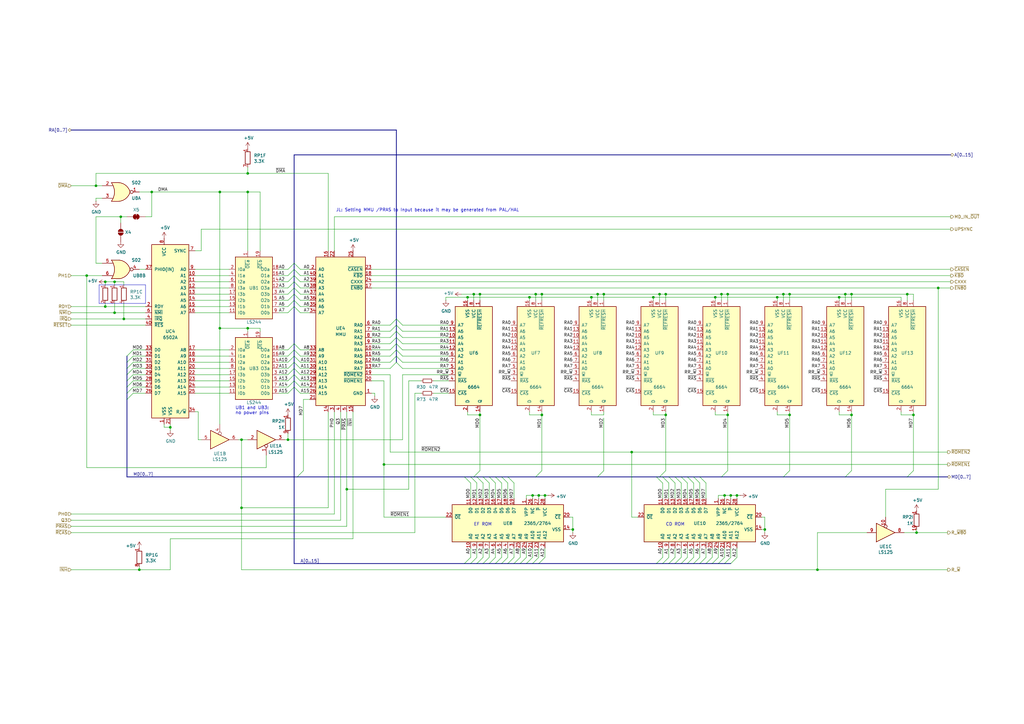
<source format=kicad_sch>
(kicad_sch (version 20250114) (generator "eeschema") (generator_version "9.0")
  (paper "A3")
  (title_block (title "CPU/MEM A2E NTSC"))
  (text "UB1 and UB3:\nno power pins" (at 96.52 170.18 0) (effects (font (size 1.27 1.27)) (justify left bottom)))
  (text "JL: Setting MMU /PRAS to Input because it may be generated from PAL/HAL" (at 137.795 86.995 0) (effects (font (size 1.27 1.27)) (justify left bottom)))
  (text "CD ROM" (at 273.05 215.9 0) (effects (font (size 1.27 1.27)) (justify left bottom)))
  (text "EF ROM" (at 194.31 215.9 0) (effects (font (size 1.27 1.27)) (justify left bottom)))
  (junction (at 46.99 128.27))
  (junction (at 273.05 120.65))
  (junction (at 298.45 170.18))
  (junction (at 299.72 203.2))
  (junction (at 323.85 120.65))
  (junction (at 39.37 76.2))
  (junction (at 247.65 120.65))
  (junction (at 297.18 203.2))
  (junction (at 196.85 170.18))
  (junction (at 259.08 185.42))
  (junction (at 43.18 115.57))
  (junction (at 196.85 120.65))
  (junction (at 374.65 170.18))
  (junction (at 242.57 121.92))
  (junction (at 49.53 88.9))
  (junction (at 273.05 170.18))
  (junction (at 90.17 134.62))
  (junction (at 191.77 121.92))
  (junction (at 218.44 203.2))
  (junction (at 270.51 120.65))
  (junction (at 43.18 125.73))
  (junction (at 101.6 71.12))
  (junction (at 295.91 120.65))
  (junction (at 99.06 208.28))
  (junction (at 346.71 120.65))
  (junction (at 194.31 120.65))
  (junction (at 313.69 217.17))
  (junction (at 90.17 78.74))
  (junction (at 46.99 115.57))
  (junction (at 220.98 203.2))
  (junction (at 302.26 203.2))
  (junction (at 245.11 120.65))
  (junction (at 335.28 233.68))
  (junction (at 384.81 118.11))
  (junction (at 101.6 78.74))
  (junction (at 101.6 134.62))
  (junction (at 57.15 233.68))
  (junction (at 344.17 121.92))
  (junction (at 223.52 203.2))
  (junction (at 99.06 180.34))
  (junction (at 157.48 190.5))
  (junction (at 318.77 121.92))
  (junction (at 372.11 120.65))
  (junction (at 293.37 121.92))
  (junction (at 349.25 170.18))
  (junction (at 349.25 120.65))
  (junction (at 267.97 121.92))
  (junction (at 50.8 130.81))
  (junction (at 69.85 175.26))
  (junction (at 234.95 217.17))
  (junction (at 62.23 78.74))
  (junction (at 321.31 120.65))
  (junction (at 217.17 121.92))
  (junction (at 298.45 120.65))
  (junction (at 323.85 170.18))
  (junction (at 142.24 200.66))
  (junction (at 222.25 120.65))
  (junction (at 222.25 170.18))
  (junction (at 35.56 113.03))
  (junction (at 375.92 218.44))
  (junction (at 118.11 180.34))
  (junction (at 219.71 120.65))
  (bus_entry (at 52.07 161.29) (size 2.54 -2.54))
  (bus_entry (at 205.74 228.6) (size -2.54 2.54))
  (bus_entry (at 281.94 198.12) (size -2.54 -2.54))
  (bus_entry (at 195.58 228.6) (size -2.54 2.54))
  (bus_entry (at 123.19 110.49) (size -2.54 -2.54))
  (bus_entry (at 219.71 195.58) (size 2.54 -2.54))
  (bus_entry (at 203.2 228.6) (size -2.54 2.54))
  (bus_entry (at 121.92 195.58) (size 2.54 -2.54))
  (bus_entry (at 160.02 138.43) (size 2.54 -2.54))
  (bus_entry (at 118.11 143.51) (size 2.54 -2.54))
  (bus_entry (at 218.44 228.6) (size -2.54 2.54))
  (bus_entry (at 289.56 198.12) (size -2.54 -2.54))
  (bus_entry (at 123.19 123.19) (size -2.54 -2.54))
  (bus_entry (at 118.11 153.67) (size 2.54 -2.54))
  (bus_entry (at 289.56 228.6) (size -2.54 2.54))
  (bus_entry (at 165.1 140.97) (size -2.54 -2.54))
  (bus_entry (at 118.11 148.59) (size 2.54 -2.54))
  (bus_entry (at 210.82 198.12) (size -2.54 -2.54))
  (bus_entry (at 52.07 148.59) (size 2.54 -2.54))
  (bus_entry (at 195.58 198.12) (size -2.54 -2.54))
  (bus_entry (at 284.48 198.12) (size -2.54 -2.54))
  (bus_entry (at 123.19 143.51) (size -2.54 -2.54))
  (bus_entry (at 281.94 228.6) (size -2.54 2.54))
  (bus_entry (at 118.11 128.27) (size 2.54 -2.54))
  (bus_entry (at 270.51 195.58) (size 2.54 -2.54))
  (bus_entry (at 160.02 143.51) (size 2.54 -2.54))
  (bus_entry (at 346.71 195.58) (size 2.54 -2.54))
  (bus_entry (at 208.28 198.12) (size -2.54 -2.54))
  (bus_entry (at 118.11 110.49) (size 2.54 -2.54))
  (bus_entry (at 198.12 228.6) (size -2.54 2.54))
  (bus_entry (at 276.86 198.12) (size -2.54 -2.54))
  (bus_entry (at 118.11 146.05) (size 2.54 -2.54))
  (bus_entry (at 52.07 163.83) (size 2.54 -2.54))
  (bus_entry (at 123.19 158.75) (size -2.54 -2.54))
  (bus_entry (at 118.11 156.21) (size 2.54 -2.54))
  (bus_entry (at 200.66 198.12) (size -2.54 -2.54))
  (bus_entry (at 52.07 146.05) (size 2.54 -2.54))
  (bus_entry (at 208.28 228.6) (size -2.54 2.54))
  (bus_entry (at 193.04 228.6) (size -2.54 2.54))
  (bus_entry (at 223.52 228.6) (size -2.54 2.54))
  (bus_entry (at 194.31 195.58) (size 2.54 -2.54))
  (bus_entry (at 123.19 161.29) (size -2.54 -2.54))
  (bus_entry (at 372.11 195.58) (size 2.54 -2.54))
  (bus_entry (at 123.19 125.73) (size -2.54 -2.54))
  (bus_entry (at 287.02 228.6) (size -2.54 2.54))
  (bus_entry (at 123.19 148.59) (size -2.54 -2.54))
  (bus_entry (at 279.4 198.12) (size -2.54 -2.54))
  (bus_entry (at 123.19 146.05) (size -2.54 -2.54))
  (bus_entry (at 321.31 195.58) (size 2.54 -2.54))
  (bus_entry (at 274.32 198.12) (size -2.54 -2.54))
  (bus_entry (at 165.1 133.35) (size -2.54 -2.54))
  (bus_entry (at 193.04 198.12) (size -2.54 -2.54))
  (bus_entry (at 52.07 153.67) (size 2.54 -2.54))
  (bus_entry (at 123.19 120.65) (size -2.54 -2.54))
  (bus_entry (at 160.02 135.89) (size 2.54 -2.54))
  (bus_entry (at 123.19 118.11) (size -2.54 -2.54))
  (bus_entry (at 52.07 151.13) (size 2.54 -2.54))
  (bus_entry (at 118.11 151.13) (size 2.54 -2.54))
  (bus_entry (at 123.19 115.57) (size -2.54 -2.54))
  (bus_entry (at 165.1 135.89) (size -2.54 -2.54))
  (bus_entry (at 123.19 128.27) (size -2.54 -2.54))
  (bus_entry (at 220.98 228.6) (size -2.54 2.54))
  (bus_entry (at 160.02 148.59) (size 2.54 -2.54))
  (bus_entry (at 213.36 228.6) (size -2.54 2.54))
  (bus_entry (at 287.02 198.12) (size -2.54 -2.54))
  (bus_entry (at 200.66 228.6) (size -2.54 2.54))
  (bus_entry (at 118.11 120.65) (size 2.54 -2.54))
  (bus_entry (at 52.07 156.21) (size 2.54 -2.54))
  (bus_entry (at 160.02 146.05) (size 2.54 -2.54))
  (bus_entry (at 271.78 228.6) (size -2.54 2.54))
  (bus_entry (at 52.07 158.75) (size 2.54 -2.54))
  (bus_entry (at 123.19 151.13) (size -2.54 -2.54))
  (bus_entry (at 160.02 140.97) (size 2.54 -2.54))
  (bus_entry (at 276.86 228.6) (size -2.54 2.54))
  (bus_entry (at 123.19 156.21) (size -2.54 -2.54))
  (bus_entry (at 118.11 118.11) (size 2.54 -2.54))
  (bus_entry (at 279.4 228.6) (size -2.54 2.54))
  (bus_entry (at 165.1 138.43) (size -2.54 -2.54))
  (bus_entry (at 271.78 198.12) (size -2.54 -2.54))
  (bus_entry (at 160.02 151.13) (size 2.54 -2.54))
  (bus_entry (at 165.1 146.05) (size -2.54 -2.54))
  (bus_entry (at 160.02 133.35) (size 2.54 -2.54))
  (bus_entry (at 210.82 228.6) (size -2.54 2.54))
  (bus_entry (at 118.11 113.03) (size 2.54 -2.54))
  (bus_entry (at 165.1 151.13) (size -2.54 -2.54))
  (bus_entry (at 118.11 125.73) (size 2.54 -2.54))
  (bus_entry (at 274.32 228.6) (size -2.54 2.54))
  (bus_entry (at 295.91 195.58) (size 2.54 -2.54))
  (bus_entry (at 205.74 198.12) (size -2.54 -2.54))
  (bus_entry (at 245.11 195.58) (size 2.54 -2.54))
  (bus_entry (at 215.9 228.6) (size -2.54 2.54))
  (bus_entry (at 292.1 228.6) (size -2.54 2.54))
  (bus_entry (at 284.48 228.6) (size -2.54 2.54))
  (bus_entry (at 198.12 198.12) (size -2.54 -2.54))
  (bus_entry (at 297.18 228.6) (size -2.54 2.54))
  (bus_entry (at 294.64 228.6) (size -2.54 2.54))
  (bus_entry (at 302.26 228.6) (size -2.54 2.54))
  (bus_entry (at 118.11 123.19) (size 2.54 -2.54))
  (bus_entry (at 203.2 198.12) (size -2.54 -2.54))
  (bus_entry (at 123.19 113.03) (size -2.54 -2.54))
  (bus_entry (at 118.11 161.29) (size 2.54 -2.54))
  (bus_entry (at 165.1 148.59) (size -2.54 -2.54))
  (bus_entry (at 118.11 158.75) (size 2.54 -2.54))
  (bus_entry (at 299.72 228.6) (size -2.54 2.54))
  (bus_entry (at 165.1 143.51) (size -2.54 -2.54))
  (bus_entry (at 123.19 153.67) (size -2.54 -2.54))
  (bus_entry (at 118.11 115.57) (size 2.54 -2.54))
  (bus (pts (xy 121.92 195.58) (xy 190.5 195.58)))
  (wire (pts (xy 297.18 204.47) (xy 297.18 203.2)))
  (wire (pts (xy 323.85 120.65) (xy 346.71 120.65)))
  (wire (pts (xy 59.69 133.35) (xy 29.21 133.35)))
  (bus (pts (xy 269.24 231.14) (xy 271.78 231.14)))
  (bus (pts (xy 287.02 195.58) (xy 295.91 195.58)))
  (wire (pts (xy 46.99 116.84) (xy 46.99 115.57)))
  (wire (pts (xy 52.07 88.9) (xy 49.53 88.9)))
  (bus (pts (xy 284.48 195.58) (xy 287.02 195.58)))
  (wire (pts (xy 271.78 224.79) (xy 271.78 228.6)))
  (bus (pts (xy 281.94 195.58) (xy 284.48 195.58)))
  (wire (pts (xy 54.61 146.05) (xy 59.69 146.05)))
  (bus (pts (xy 279.4 195.58) (xy 281.94 195.58)))
  (bus (pts (xy 120.65 140.97) (xy 120.65 143.51)))
  (wire (pts (xy 114.3 110.49) (xy 118.11 110.49)))
  (polyline (pts (xy 59.69 116.84) (xy 59.69 124.46)))
  (wire (pts (xy 220.98 203.2) (xy 223.52 203.2)))
  (wire (pts (xy 67.31 175.26) (xy 69.85 175.26)))
  (wire (pts (xy 123.19 151.13) (xy 127 151.13)))
  (wire (pts (xy 157.48 156.21) (xy 157.48 190.5)))
  (wire (pts (xy 41.91 81.28) (xy 39.37 81.28)))
  (wire (pts (xy 127 120.65) (xy 123.19 120.65)))
  (wire (pts (xy 35.56 113.03) (xy 35.56 191.77)))
  (wire (pts (xy 259.08 185.42) (xy 388.62 185.42)))
  (wire (pts (xy 234.95 217.17) (xy 234.95 218.44)))
  (wire (pts (xy 152.4 133.35) (xy 160.02 133.35)))
  (wire (pts (xy 284.48 228.6) (xy 284.48 224.79)))
  (bus (pts (xy 200.66 195.58) (xy 203.2 195.58)))
  (wire (pts (xy 118.11 113.03) (xy 114.3 113.03)))
  (wire (pts (xy 217.17 170.18) (xy 222.25 170.18)))
  (wire (pts (xy 233.68 217.17) (xy 234.95 217.17)))
  (wire (pts (xy 144.78 168.91) (xy 144.78 220.98)))
  (bus (pts (xy 215.9 231.14) (xy 218.44 231.14)))
  (wire (pts (xy 198.12 224.79) (xy 198.12 228.6)))
  (bus (pts (xy 271.78 195.58) (xy 274.32 195.58)))
  (wire (pts (xy 160.02 151.13) (xy 152.4 151.13)))
  (wire (pts (xy 372.11 123.19) (xy 372.11 120.65)))
  (wire (pts (xy 81.28 180.34) (xy 82.55 180.34)))
  (bus (pts (xy 120.65 146.05) (xy 120.65 148.59)))
  (wire (pts (xy 93.98 128.27) (xy 80.01 128.27)))
  (wire (pts (xy 165.1 146.05) (xy 184.15 146.05)))
  (bus (pts (xy 372.11 195.58) (xy 388.62 195.58)))
  (bus (pts (xy 198.12 231.14) (xy 200.66 231.14)))
  (wire (pts (xy 165.1 135.89) (xy 184.15 135.89)))
  (wire (pts (xy 217.17 168.91) (xy 217.17 170.18)))
  (wire (pts (xy 153.67 161.29) (xy 153.67 162.56)))
  (wire (pts (xy 142.24 200.66) (xy 142.24 215.9)))
  (wire (pts (xy 344.17 121.92) (xy 344.17 123.19)))
  (wire (pts (xy 233.68 212.09) (xy 234.95 212.09)))
  (bus (pts (xy 292.1 231.14) (xy 294.64 231.14)))
  (bus (pts (xy 52.07 151.13) (xy 52.07 153.67)))
  (wire (pts (xy 191.77 168.91) (xy 191.77 170.18)))
  (wire (pts (xy 114.3 115.57) (xy 118.11 115.57)))
  (wire (pts (xy 312.42 217.17) (xy 313.69 217.17)))
  (bus (pts (xy 162.56 135.89) (xy 162.56 138.43)))
  (wire (pts (xy 287.02 224.79) (xy 287.02 228.6)))
  (wire (pts (xy 160.02 153.67) (xy 160.02 185.42)))
  (wire (pts (xy 80.01 158.75) (xy 93.98 158.75)))
  (wire (pts (xy 198.12 198.12) (xy 198.12 204.47)))
  (wire (pts (xy 123.19 123.19) (xy 127 123.19)))
  (wire (pts (xy 267.97 121.92) (xy 267.97 123.19)))
  (bus (pts (xy 195.58 195.58) (xy 198.12 195.58)))
  (wire (pts (xy 184.15 138.43) (xy 165.1 138.43)))
  (wire (pts (xy 46.99 115.57) (xy 50.8 115.57)))
  (bus (pts (xy 195.58 231.14) (xy 198.12 231.14)))
  (wire (pts (xy 157.48 190.5) (xy 157.48 212.09)))
  (wire (pts (xy 80.01 125.73) (xy 93.98 125.73)))
  (wire (pts (xy 54.61 158.75) (xy 59.69 158.75)))
  (bus (pts (xy 218.44 231.14) (xy 220.98 231.14)))
  (wire (pts (xy 323.85 170.18) (xy 323.85 193.04)))
  (wire (pts (xy 160.02 140.97) (xy 152.4 140.97)))
  (wire (pts (xy 191.77 121.92) (xy 217.17 121.92)))
  (wire (pts (xy 106.68 78.74) (xy 101.6 78.74)))
  (wire (pts (xy 208.28 198.12) (xy 208.28 204.47)))
  (wire (pts (xy 293.37 170.18) (xy 298.45 170.18)))
  (wire (pts (xy 223.52 203.2) (xy 224.79 203.2)))
  (wire (pts (xy 80.01 120.65) (xy 93.98 120.65)))
  (wire (pts (xy 80.01 168.91) (xy 81.28 168.91)))
  (bus (pts (xy 162.56 133.35) (xy 162.56 135.89)))
  (wire (pts (xy 43.18 124.46) (xy 43.18 125.73)))
  (wire (pts (xy 152.4 156.21) (xy 157.48 156.21)))
  (wire (pts (xy 69.85 175.26) (xy 69.85 173.99)))
  (wire (pts (xy 223.52 224.79) (xy 223.52 228.6)))
  (wire (pts (xy 318.77 121.92) (xy 344.17 121.92)))
  (wire (pts (xy 242.57 121.92) (xy 242.57 123.19)))
  (bus (pts (xy 120.65 143.51) (xy 120.65 146.05)))
  (wire (pts (xy 152.4 113.03) (xy 389.89 113.03)))
  (bus (pts (xy 203.2 195.58) (xy 205.74 195.58)))
  (wire (pts (xy 313.69 217.17) (xy 313.69 218.44)))
  (wire (pts (xy 219.71 120.65) (xy 222.25 120.65)))
  (wire (pts (xy 99.06 233.68) (xy 335.28 233.68)))
  (wire (pts (xy 134.62 208.28) (xy 99.06 208.28)))
  (bus (pts (xy 120.65 153.67) (xy 120.65 156.21)))
  (wire (pts (xy 295.91 120.65) (xy 298.45 120.65)))
  (bus (pts (xy 193.04 195.58) (xy 194.31 195.58)))
  (wire (pts (xy 267.97 170.18) (xy 273.05 170.18)))
  (bus (pts (xy 52.07 146.05) (xy 52.07 148.59)))
  (wire (pts (xy 101.6 102.87) (xy 101.6 78.74)))
  (wire (pts (xy 270.51 120.65) (xy 273.05 120.65)))
  (wire (pts (xy 93.98 118.11) (xy 80.01 118.11)))
  (wire (pts (xy 177.8 156.21) (xy 184.15 156.21)))
  (wire (pts (xy 127 125.73) (xy 123.19 125.73)))
  (bus (pts (xy 295.91 195.58) (xy 321.31 195.58)))
  (bus (pts (xy 52.07 148.59) (xy 52.07 151.13)))
  (wire (pts (xy 114.3 153.67) (xy 118.11 153.67)))
  (wire (pts (xy 165.1 140.97) (xy 184.15 140.97)))
  (wire (pts (xy 43.18 116.84) (xy 43.18 115.57)))
  (wire (pts (xy 295.91 123.19) (xy 295.91 120.65)))
  (wire (pts (xy 157.48 190.5) (xy 388.62 190.5)))
  (wire (pts (xy 118.11 161.29) (xy 114.3 161.29)))
  (bus (pts (xy 52.07 195.58) (xy 121.92 195.58)))
  (wire (pts (xy 101.6 135.89) (xy 101.6 134.62)))
  (wire (pts (xy 369.57 170.18) (xy 374.65 170.18)))
  (wire (pts (xy 196.85 170.18) (xy 196.85 168.91)))
  (wire (pts (xy 124.46 193.04) (xy 124.46 163.83)))
  (wire (pts (xy 297.18 224.79) (xy 297.18 228.6)))
  (wire (pts (xy 335.28 233.68) (xy 335.28 218.44)))
  (wire (pts (xy 142.24 200.66) (xy 142.24 168.91)))
  (wire (pts (xy 313.69 212.09) (xy 313.69 217.17)))
  (wire (pts (xy 215.9 203.2) (xy 218.44 203.2)))
  (bus (pts (xy 321.31 195.58) (xy 346.71 195.58)))
  (wire (pts (xy 215.9 204.47) (xy 215.9 203.2)))
  (wire (pts (xy 93.98 113.03) (xy 80.01 113.03)))
  (wire (pts (xy 54.61 156.21) (xy 59.69 156.21)))
  (polyline (pts (xy 40.64 116.84) (xy 59.69 116.84)))
  (wire (pts (xy 114.3 125.73) (xy 118.11 125.73)))
  (wire (pts (xy 363.22 200.66) (xy 363.22 212.09)))
  (bus (pts (xy 162.56 146.05) (xy 162.56 148.59)))
  (wire (pts (xy 97.79 180.34) (xy 99.06 180.34)))
  (wire (pts (xy 223.52 204.47) (xy 223.52 203.2)))
  (wire (pts (xy 170.18 161.29) (xy 170.18 218.44)))
  (wire (pts (xy 54.61 153.67) (xy 59.69 153.67)))
  (wire (pts (xy 39.37 76.2) (xy 39.37 71.12)))
  (wire (pts (xy 299.72 204.47) (xy 299.72 203.2)))
  (wire (pts (xy 297.18 203.2) (xy 299.72 203.2)))
  (bus (pts (xy 208.28 231.14) (xy 210.82 231.14)))
  (wire (pts (xy 82.55 102.87) (xy 82.55 93.98)))
  (wire (pts (xy 203.2 224.79) (xy 203.2 228.6)))
  (wire (pts (xy 80.01 148.59) (xy 93.98 148.59)))
  (wire (pts (xy 196.85 170.18) (xy 196.85 193.04)))
  (wire (pts (xy 50.8 130.81) (xy 59.69 130.81)))
  (bus (pts (xy 245.11 195.58) (xy 269.24 195.58)))
  (wire (pts (xy 346.71 123.19) (xy 346.71 120.65)))
  (wire (pts (xy 193.04 198.12) (xy 193.04 204.47)))
  (wire (pts (xy 93.98 151.13) (xy 80.01 151.13)))
  (wire (pts (xy 29.21 113.03) (xy 35.56 113.03)))
  (wire (pts (xy 312.42 212.09) (xy 313.69 212.09)))
  (wire (pts (xy 54.61 143.51) (xy 59.69 143.51)))
  (wire (pts (xy 167.64 156.21) (xy 167.64 200.66)))
  (wire (pts (xy 281.94 224.79) (xy 281.94 228.6)))
  (bus (pts (xy 52.07 158.75) (xy 52.07 161.29)))
  (bus (pts (xy 220.98 231.14) (xy 269.24 231.14)))
  (wire (pts (xy 298.45 123.19) (xy 298.45 120.65)))
  (wire (pts (xy 284.48 198.12) (xy 284.48 204.47)))
  (wire (pts (xy 29.21 210.82) (xy 137.16 210.82)))
  (wire (pts (xy 344.17 170.18) (xy 349.25 170.18)))
  (wire (pts (xy 273.05 170.18) (xy 273.05 168.91)))
  (wire (pts (xy 177.8 161.29) (xy 184.15 161.29)))
  (bus (pts (xy 120.65 63.5) (xy 389.89 63.5)))
  (wire (pts (xy 99.06 208.28) (xy 99.06 233.68)))
  (bus (pts (xy 270.51 195.58) (xy 271.78 195.58)))
  (wire (pts (xy 165.1 153.67) (xy 165.1 180.34)))
  (bus (pts (xy 274.32 195.58) (xy 276.86 195.58)))
  (wire (pts (xy 193.04 224.79) (xy 193.04 228.6)))
  (wire (pts (xy 123.19 113.03) (xy 127 113.03)))
  (wire (pts (xy 279.4 228.6) (xy 279.4 224.79)))
  (wire (pts (xy 259.08 212.09) (xy 261.62 212.09)))
  (wire (pts (xy 242.57 168.91) (xy 242.57 170.18)))
  (wire (pts (xy 57.15 110.49) (xy 59.69 110.49)))
  (wire (pts (xy 369.57 123.19) (xy 369.57 121.92)))
  (wire (pts (xy 372.11 120.65) (xy 374.65 120.65)))
  (wire (pts (xy 99.06 180.34) (xy 99.06 208.28)))
  (wire (pts (xy 196.85 123.19) (xy 196.85 120.65)))
  (wire (pts (xy 134.62 71.12) (xy 134.62 102.87)))
  (wire (pts (xy 43.18 115.57) (xy 46.99 115.57)))
  (wire (pts (xy 69.85 220.98) (xy 144.78 220.98)))
  (wire (pts (xy 196.85 120.65) (xy 219.71 120.65)))
  (wire (pts (xy 302.26 224.79) (xy 302.26 228.6)))
  (wire (pts (xy 80.01 153.67) (xy 93.98 153.67)))
  (wire (pts (xy 152.4 153.67) (xy 160.02 153.67)))
  (bus (pts (xy 52.07 156.21) (xy 52.07 158.75)))
  (wire (pts (xy 219.71 123.19) (xy 219.71 120.65)))
  (wire (pts (xy 182.88 121.92) (xy 191.77 121.92)))
  (wire (pts (xy 90.17 78.74) (xy 101.6 78.74)))
  (wire (pts (xy 69.85 233.68) (xy 57.15 233.68)))
  (bus (pts (xy 190.5 231.14) (xy 193.04 231.14)))
  (wire (pts (xy 213.36 224.79) (xy 213.36 228.6)))
  (wire (pts (xy 267.97 168.91) (xy 267.97 170.18)))
  (wire (pts (xy 118.11 118.11) (xy 114.3 118.11)))
  (wire (pts (xy 127 110.49) (xy 123.19 110.49)))
  (wire (pts (xy 123.19 158.75) (xy 127 158.75)))
  (wire (pts (xy 247.65 171.45) (xy 247.65 193.04)))
  (wire (pts (xy 267.97 121.92) (xy 293.37 121.92)))
  (wire (pts (xy 90.17 134.62) (xy 101.6 134.62)))
  (wire (pts (xy 134.62 168.91) (xy 134.62 208.28)))
  (wire (pts (xy 118.11 177.8) (xy 118.11 180.34)))
  (wire (pts (xy 299.72 203.2) (xy 302.26 203.2)))
  (wire (pts (xy 106.68 135.89) (xy 106.68 134.62)))
  (bus (pts (xy 162.56 143.51) (xy 162.56 146.05)))
  (polyline (pts (xy 40.64 124.46) (xy 40.64 116.84)))
  (wire (pts (xy 118.11 128.27) (xy 114.3 128.27)))
  (bus (pts (xy 120.65 125.73) (xy 120.65 140.97)))
  (bus (pts (xy 289.56 231.14) (xy 292.1 231.14)))
  (wire (pts (xy 276.86 198.12) (xy 276.86 204.47)))
  (wire (pts (xy 160.02 146.05) (xy 152.4 146.05)))
  (bus (pts (xy 205.74 195.58) (xy 208.28 195.58)))
  (wire (pts (xy 298.45 170.18) (xy 298.45 193.04)))
  (wire (pts (xy 50.8 124.46) (xy 50.8 130.81)))
  (wire (pts (xy 90.17 173.99) (xy 90.17 134.62)))
  (wire (pts (xy 184.15 133.35) (xy 165.1 133.35)))
  (wire (pts (xy 101.6 71.12) (xy 134.62 71.12)))
  (wire (pts (xy 218.44 224.79) (xy 218.44 228.6)))
  (wire (pts (xy 242.57 170.18) (xy 247.65 170.18)))
  (wire (pts (xy 247.65 123.19) (xy 247.65 120.65)))
  (wire (pts (xy 62.23 88.9) (xy 59.69 88.9)))
  (bus (pts (xy 294.64 231.14) (xy 297.18 231.14)))
  (wire (pts (xy 81.28 168.91) (xy 81.28 180.34)))
  (wire (pts (xy 222.25 170.18) (xy 222.25 193.04)))
  (wire (pts (xy 293.37 121.92) (xy 318.77 121.92)))
  (wire (pts (xy 217.17 121.92) (xy 242.57 121.92)))
  (wire (pts (xy 118.11 146.05) (xy 114.3 146.05)))
  (wire (pts (xy 54.61 148.59) (xy 59.69 148.59)))
  (wire (pts (xy 93.98 146.05) (xy 80.01 146.05)))
  (wire (pts (xy 127 143.51) (xy 123.19 143.51)))
  (wire (pts (xy 344.17 168.91) (xy 344.17 170.18)))
  (bus (pts (xy 205.74 231.14) (xy 208.28 231.14)))
  (wire (pts (xy 242.57 121.92) (xy 267.97 121.92)))
  (wire (pts (xy 90.17 78.74) (xy 90.17 134.62)))
  (wire (pts (xy 137.16 88.9) (xy 389.89 88.9)))
  (wire (pts (xy 127 153.67) (xy 123.19 153.67)))
  (wire (pts (xy 62.23 78.74) (xy 62.23 88.9)))
  (wire (pts (xy 123.19 161.29) (xy 127 161.29)))
  (wire (pts (xy 184.15 143.51) (xy 165.1 143.51)))
  (wire (pts (xy 93.98 123.19) (xy 80.01 123.19)))
  (bus (pts (xy 274.32 231.14) (xy 276.86 231.14)))
  (wire (pts (xy 217.17 121.92) (xy 217.17 123.19)))
  (wire (pts (xy 274.32 198.12) (xy 274.32 204.47)))
  (wire (pts (xy 29.21 213.36) (xy 139.7 213.36)))
  (wire (pts (xy 184.15 148.59) (xy 165.1 148.59)))
  (bus (pts (xy 162.56 53.34) (xy 162.56 130.81)))
  (wire (pts (xy 29.21 218.44) (xy 170.18 218.44)))
  (bus (pts (xy 297.18 231.14) (xy 299.72 231.14)))
  (bus (pts (xy 284.48 231.14) (xy 287.02 231.14)))
  (wire (pts (xy 46.99 124.46) (xy 46.99 128.27)))
  (wire (pts (xy 157.48 212.09) (xy 182.88 212.09)))
  (wire (pts (xy 375.92 218.44) (xy 388.62 218.44)))
  (wire (pts (xy 57.15 233.68) (xy 29.21 233.68)))
  (wire (pts (xy 43.18 125.73) (xy 59.69 125.73)))
  (wire (pts (xy 289.56 198.12) (xy 289.56 204.47)))
  (wire (pts (xy 335.28 218.44) (xy 355.6 218.44)))
  (wire (pts (xy 127 163.83) (xy 124.46 163.83)))
  (bus (pts (xy 193.04 231.14) (xy 195.58 231.14)))
  (wire (pts (xy 384.81 118.11) (xy 384.81 200.66)))
  (wire (pts (xy 109.22 191.77) (xy 109.22 186.69)))
  (wire (pts (xy 195.58 228.6) (xy 195.58 224.79)))
  (wire (pts (xy 152.4 161.29) (xy 153.67 161.29)))
  (wire (pts (xy 152.4 110.49) (xy 389.89 110.49)))
  (wire (pts (xy 298.45 170.18) (xy 298.45 168.91)))
  (wire (pts (xy 46.99 128.27) (xy 59.69 128.27)))
  (wire (pts (xy 289.56 228.6) (xy 289.56 224.79)))
  (wire (pts (xy 184.15 153.67) (xy 165.1 153.67)))
  (wire (pts (xy 80.01 110.49) (xy 93.98 110.49)))
  (wire (pts (xy 90.17 78.74) (xy 62.23 78.74)))
  (wire (pts (xy 152.4 148.59) (xy 160.02 148.59)))
  (wire (pts (xy 273.05 170.18) (xy 273.05 193.04)))
  (wire (pts (xy 127 148.59) (xy 123.19 148.59)))
  (wire (pts (xy 118.11 180.34) (xy 116.84 180.34)))
  (wire (pts (xy 67.31 173.99) (xy 67.31 175.26)))
  (wire (pts (xy 384.81 118.11) (xy 389.89 118.11)))
  (wire (pts (xy 123.19 146.05) (xy 127 146.05)))
  (bus (pts (xy 162.56 130.81) (xy 162.56 133.35)))
  (wire (pts (xy 101.6 68.58) (xy 101.6 71.12)))
  (wire (pts (xy 167.64 200.66) (xy 142.24 200.66)))
  (wire (pts (xy 200.66 198.12) (xy 200.66 204.47)))
  (wire (pts (xy 152.4 143.51) (xy 160.02 143.51)))
  (wire (pts (xy 259.08 212.09) (xy 259.08 185.42)))
  (wire (pts (xy 118.11 151.13) (xy 114.3 151.13)))
  (bus (pts (xy 281.94 231.14) (xy 284.48 231.14)))
  (bus (pts (xy 203.2 231.14) (xy 205.74 231.14)))
  (wire (pts (xy 247.65 120.65) (xy 270.51 120.65)))
  (bus (pts (xy 210.82 231.14) (xy 213.36 231.14)))
  (wire (pts (xy 273.05 120.65) (xy 295.91 120.65)))
  (bus (pts (xy 120.65 110.49) (xy 120.65 113.03)))
  (wire (pts (xy 43.18 125.73) (xy 29.21 125.73)))
  (wire (pts (xy 194.31 120.65) (xy 196.85 120.65)))
  (wire (pts (xy 191.77 170.18) (xy 196.85 170.18)))
  (wire (pts (xy 39.37 107.95) (xy 41.91 107.95)))
  (wire (pts (xy 50.8 130.81) (xy 29.21 130.81)))
  (wire (pts (xy 195.58 198.12) (xy 195.58 204.47)))
  (bus (pts (xy 213.36 231.14) (xy 215.9 231.14)))
  (wire (pts (xy 323.85 170.18) (xy 323.85 168.91)))
  (wire (pts (xy 62.23 78.74) (xy 57.15 78.74)))
  (wire (pts (xy 82.55 93.98) (xy 389.89 93.98)))
  (bus (pts (xy 190.5 195.58) (xy 193.04 195.58)))
  (wire (pts (xy 293.37 121.92) (xy 293.37 123.19)))
  (wire (pts (xy 194.31 123.19) (xy 194.31 120.65)))
  (wire (pts (xy 208.28 224.79) (xy 208.28 228.6)))
  (bus (pts (xy 120.65 113.03) (xy 120.65 115.57)))
  (wire (pts (xy 160.02 135.89) (xy 152.4 135.89)))
  (wire (pts (xy 191.77 121.92) (xy 191.77 123.19)))
  (wire (pts (xy 54.61 161.29) (xy 59.69 161.29)))
  (wire (pts (xy 35.56 113.03) (xy 41.91 113.03)))
  (wire (pts (xy 93.98 156.21) (xy 80.01 156.21)))
  (wire (pts (xy 370.84 218.44) (xy 375.92 218.44)))
  (wire (pts (xy 279.4 198.12) (xy 279.4 204.47)))
  (wire (pts (xy 80.01 102.87) (xy 82.55 102.87)))
  (wire (pts (xy 294.64 203.2) (xy 297.18 203.2)))
  (wire (pts (xy 165.1 151.13) (xy 184.15 151.13)))
  (wire (pts (xy 152.4 118.11) (xy 384.81 118.11)))
  (wire (pts (xy 172.72 161.29) (xy 170.18 161.29)))
  (wire (pts (xy 276.86 224.79) (xy 276.86 228.6)))
  (bus (pts (xy 271.78 231.14) (xy 274.32 231.14)))
  (wire (pts (xy 292.1 224.79) (xy 292.1 228.6)))
  (wire (pts (xy 69.85 220.98) (xy 69.85 233.68)))
  (wire (pts (xy 369.57 168.91) (xy 369.57 170.18)))
  (wire (pts (xy 69.85 175.26) (xy 69.85 176.53)))
  (wire (pts (xy 46.99 128.27) (xy 29.21 128.27)))
  (wire (pts (xy 384.81 200.66) (xy 363.22 200.66)))
  (wire (pts (xy 222.25 123.19) (xy 222.25 120.65)))
  (wire (pts (xy 346.71 120.65) (xy 349.25 120.65)))
  (wire (pts (xy 200.66 228.6) (xy 200.66 224.79)))
  (wire (pts (xy 127 115.57) (xy 123.19 115.57)))
  (bus (pts (xy 219.71 195.58) (xy 245.11 195.58)))
  (wire (pts (xy 323.85 123.19) (xy 323.85 120.65)))
  (wire (pts (xy 80.01 143.51) (xy 93.98 143.51)))
  (wire (pts (xy 54.61 151.13) (xy 59.69 151.13)))
  (wire (pts (xy 165.1 180.34) (xy 118.11 180.34)))
  (wire (pts (xy 220.98 204.47) (xy 220.98 203.2)))
  (wire (pts (xy 106.68 134.62) (xy 101.6 134.62)))
  (wire (pts (xy 182.88 121.92) (xy 182.88 123.19)))
  (bus (pts (xy 162.56 140.97) (xy 162.56 143.51)))
  (bus (pts (xy 208.28 195.58) (xy 219.71 195.58)))
  (wire (pts (xy 321.31 123.19) (xy 321.31 120.65)))
  (wire (pts (xy 349.25 120.65) (xy 372.11 120.65)))
  (bus (pts (xy 120.65 115.57) (xy 120.65 118.11)))
  (bus (pts (xy 120.65 156.21) (xy 120.65 158.75)))
  (polyline (pts (xy 59.69 124.46) (xy 40.64 124.46)))
  (wire (pts (xy 299.72 228.6) (xy 299.72 224.79)))
  (wire (pts (xy 35.56 191.77) (xy 109.22 191.77)))
  (wire (pts (xy 318.77 168.91) (xy 318.77 170.18)))
  (wire (pts (xy 39.37 76.2) (xy 41.91 76.2)))
  (wire (pts (xy 39.37 71.12) (xy 101.6 71.12)))
  (wire (pts (xy 293.37 168.91) (xy 293.37 170.18)))
  (wire (pts (xy 374.65 170.18) (xy 374.65 168.91)))
  (wire (pts (xy 80.01 115.57) (xy 93.98 115.57)))
  (bus (pts (xy 120.65 158.75) (xy 120.65 231.14)))
  (wire (pts (xy 274.32 228.6) (xy 274.32 224.79)))
  (wire (pts (xy 118.11 123.19) (xy 114.3 123.19)))
  (wire (pts (xy 294.64 204.47) (xy 294.64 203.2)))
  (wire (pts (xy 39.37 81.28) (xy 39.37 82.55)))
  (wire (pts (xy 245.11 123.19) (xy 245.11 120.65)))
  (bus (pts (xy 200.66 231.14) (xy 203.2 231.14)))
  (wire (pts (xy 302.26 204.47) (xy 302.26 203.2)))
  (wire (pts (xy 210.82 228.6) (xy 210.82 224.79)))
  (wire (pts (xy 271.78 198.12) (xy 271.78 204.47)))
  (wire (pts (xy 189.23 120.65) (xy 194.31 120.65)))
  (wire (pts (xy 374.65 120.65) (xy 374.65 123.19)))
  (bus (pts (xy 198.12 195.58) (xy 200.66 195.58)))
  (bus (pts (xy 120.65 151.13) (xy 120.65 153.67)))
  (wire (pts (xy 203.2 198.12) (xy 203.2 204.47)))
  (wire (pts (xy 302.26 203.2) (xy 303.53 203.2)))
  (wire (pts (xy 205.74 228.6) (xy 205.74 224.79)))
  (bus (pts (xy 346.71 195.58) (xy 372.11 195.58)))
  (bus (pts (xy 120.65 120.65) (xy 120.65 123.19)))
  (wire (pts (xy 294.64 228.6) (xy 294.64 224.79)))
  (wire (pts (xy 287.02 198.12) (xy 287.02 204.47)))
  (bus (pts (xy 276.86 231.14) (xy 279.4 231.14)))
  (wire (pts (xy 281.94 198.12) (xy 281.94 204.47)))
  (wire (pts (xy 318.77 170.18) (xy 323.85 170.18)))
  (wire (pts (xy 160.02 185.42) (xy 259.08 185.42)))
  (wire (pts (xy 222.25 120.65) (xy 245.11 120.65)))
  (wire (pts (xy 335.28 233.68) (xy 388.62 233.68)))
  (wire (pts (xy 118.11 158.75) (xy 114.3 158.75)))
  (wire (pts (xy 123.19 156.21) (xy 127 156.21)))
  (wire (pts (xy 99.06 180.34) (xy 101.6 180.34)))
  (wire (pts (xy 106.68 102.87) (xy 106.68 78.74)))
  (wire (pts (xy 374.65 170.18) (xy 374.65 193.04)))
  (wire (pts (xy 39.37 88.9) (xy 39.37 107.95)))
  (wire (pts (xy 50.8 115.57) (xy 50.8 116.84)))
  (wire (pts (xy 349.25 123.19) (xy 349.25 120.65)))
  (wire (pts (xy 220.98 228.6) (xy 220.98 224.79)))
  (bus (pts (xy 120.65 118.11) (xy 120.65 120.65)))
  (bus (pts (xy 52.07 163.83) (xy 52.07 195.58)))
  (wire (pts (xy 270.51 123.19) (xy 270.51 120.65)))
  (wire (pts (xy 114.3 148.59) (xy 118.11 148.59)))
  (bus (pts (xy 162.56 53.34) (xy 29.21 53.34)))
  (bus (pts (xy 276.86 195.58) (xy 279.4 195.58)))
  (wire (pts (xy 114.3 143.51) (xy 118.11 143.51)))
  (wire (pts (xy 218.44 204.47) (xy 218.44 203.2)))
  (wire (pts (xy 49.53 88.9) (xy 39.37 88.9)))
  (wire (pts (xy 210.82 198.12) (xy 210.82 204.47)))
  (bus (pts (xy 52.07 153.67) (xy 52.07 156.21)))
  (wire (pts (xy 172.72 156.21) (xy 167.64 156.21)))
  (wire (pts (xy 298.45 120.65) (xy 321.31 120.65)))
  (wire (pts (xy 49.53 91.44) (xy 49.53 88.9)))
  (wire (pts (xy 247.65 170.18) (xy 247.65 168.91)))
  (wire (pts (xy 215.9 228.6) (xy 215.9 224.79)))
  (bus (pts (xy 279.4 231.14) (xy 281.94 231.14)))
  (wire (pts (xy 118.11 156.21) (xy 114.3 156.21)))
  (wire (pts (xy 222.25 170.18) (xy 222.25 168.91)))
  (wire (pts (xy 318.77 121.92) (xy 318.77 123.19)))
  (wire (pts (xy 349.25 170.18) (xy 349.25 193.04)))
  (bus (pts (xy 194.31 195.58) (xy 195.58 195.58)))
  (wire (pts (xy 245.11 120.65) (xy 247.65 120.65)))
  (wire (pts (xy 137.16 102.87) (xy 137.16 88.9)))
  (wire (pts (xy 389.89 115.57) (xy 152.4 115.57)))
  (wire (pts (xy 234.95 212.09) (xy 234.95 217.17)))
  (wire (pts (xy 321.31 120.65) (xy 323.85 120.65)))
  (bus (pts (xy 120.65 123.19) (xy 120.65 125.73)))
  (wire (pts (xy 349.25 170.18) (xy 349.25 168.91)))
  (wire (pts (xy 152.4 138.43) (xy 160.02 138.43)))
  (wire (pts (xy 93.98 161.29) (xy 80.01 161.29)))
  (bus (pts (xy 162.56 138.43) (xy 162.56 140.97)))
  (wire (pts (xy 123.19 118.11) (xy 127 118.11)))
  (bus (pts (xy 287.02 231.14) (xy 289.56 231.14)))
  (wire (pts (xy 139.7 168.91) (xy 139.7 213.36)))
  (wire (pts (xy 375.92 217.17) (xy 375.92 218.44)))
  (wire (pts (xy 205.74 198.12) (xy 205.74 204.47)))
  (bus (pts (xy 120.65 63.5) (xy 120.65 107.95)))
  (bus (pts (xy 120.65 107.95) (xy 120.65 110.49)))
  (wire (pts (xy 29.21 76.2) (xy 39.37 76.2)))
  (bus (pts (xy 269.24 195.58) (xy 270.51 195.58)))
  (wire (pts (xy 123.19 128.27) (xy 127 128.27)))
  (wire (pts (xy 57.15 232.41) (xy 57.15 233.68)))
  (wire (pts (xy 344.17 121.92) (xy 369.57 121.92)))
  (wire (pts (xy 29.21 215.9) (xy 142.24 215.9)))
  (wire (pts (xy 114.3 120.65) (xy 118.11 120.65)))
  (bus (pts (xy 120.65 231.14) (xy 190.5 231.14)))
  (bus (pts (xy 120.65 148.59) (xy 120.65 151.13)))
  (wire (pts (xy 273.05 123.19) (xy 273.05 120.65)))
  (bus (pts (xy 52.07 161.29) (xy 52.07 163.83)))
  (wire (pts (xy 218.44 203.2) (xy 220.98 203.2)))
  (wire (pts (xy 137.16 168.91) (xy 137.16 210.82)))
  (label "~{RAS}" (at 184.15 156.21 180))
  (label "A15" (at 127 161.29 180))
  (label "A5" (at 284.48 224.79 270))
  (label "~{RAS}" (at 234.95 156.21 180))
  (label "~{RAS}" (at 260.35 156.21 180))
  (label "RA1" (at 209.55 135.89 180))
  (label "MD0" (at 193.04 204.47 90))
  (label "RA7" (at 311.15 151.13 180))
  (label "MD5" (at 323.85 171.45 270))
  (label "MD6" (at 287.02 204.47 90))
  (label "RA6" (at 152.4 148.59 0))
  (label "~{CAS}" (at 234.95 161.29 180))
  (label "RA4" (at 234.95 143.51 180))
  (label "MD2" (at 198.12 204.47 90))
  (label "RA5" (at 285.75 146.05 180))
  (label "RA4" (at 285.75 143.51 180))
  (label "A11" (at 220.98 224.79 270))
  (label "RA5" (at 336.55 146.05 180))
  (label "A8" (at 292.1 224.79 270))
  (label "MD4" (at 58.42 153.67 180))
  (label "A11" (at 127 151.13 180))
  (label "MD7" (at 374.65 171.45 270))
  (label "MD1" (at 58.42 146.05 180))
  (label "~{CAS}" (at 336.55 161.29 180))
  (label "RA3" (at 311.15 140.97 180))
  (label "~{RAS}" (at 311.15 156.21 180))
  (label "MD0" (at 196.85 171.45 270))
  (label "MD6" (at 349.25 171.45 270))
  (label "~{DMA}" (at 113.03 71.12 0))
  (label "MD5" (at 58.42 156.21 180))
  (label "A4" (at 281.94 224.79 270))
  (label "RA5" (at 184.15 146.05 180))
  (label "A13" (at 114.3 156.21 0))
  (label "A11" (at 299.72 224.79 270))
  (label "MD[0..7]" (at 54.61 195.58 0))
  (label "A5" (at 114.3 123.19 0))
  (label "A3" (at 127 118.11 180))
  (label "RA7" (at 336.55 151.13 180))
  (label "RA6" (at 311.15 148.59 180))
  (label "RA3" (at 234.95 140.97 180))
  (label "A3" (at 114.3 118.11 0))
  (label "~{PRAS}" (at 142.24 171.45 270))
  (label "RA2" (at 234.95 138.43 180))
  (label "RA2" (at 285.75 138.43 180))
  (label "RA2" (at 311.15 138.43 180))
  (label "MD7" (at 124.46 166.37 270))
  (label "A12" (at 302.26 224.79 270))
  (label "MD1" (at 195.58 204.47 90))
  (label "A7" (at 127 128.27 180))
  (label "RA6" (at 209.55 148.59 180))
  (label "~{RAS}" (at 336.55 156.21 180))
  (label "MD0" (at 58.42 143.51 180))
  (label "RA1" (at 184.15 135.89 180))
  (label "A9" (at 114.3 146.05 0))
  (label "A7" (at 210.82 224.79 270))
  (label "A8" (at 213.36 224.79 270))
  (label "A6" (at 208.28 224.79 270))
  (label "MD1" (at 274.32 204.47 90))
  (label "MD5" (at 284.48 204.47 90))
  (label "RA3" (at 336.55 140.97 180))
  (label "~{CAS}" (at 311.15 161.29 180))
  (label "RA0" (at 285.75 133.35 180))
  (label "RA4" (at 152.4 143.51 0))
  (label "RA5" (at 152.4 146.05 0))
  (label "RR_~{W}" (at 361.95 153.67 180))
  (label "A2" (at 198.12 224.79 270))
  (label "A11" (at 114.3 151.13 0))
  (label "RA6" (at 336.55 148.59 180))
  (label "RA5" (at 311.15 146.05 180))
  (label "RA3" (at 361.95 140.97 180))
  (label "A[0..15]" (at 123.19 231.14 0))
  (label "RA2" (at 184.15 138.43 180))
  (label "RA1" (at 285.75 135.89 180))
  (label "A5" (at 205.74 224.79 270))
  (label "MD3" (at 273.05 171.45 270))
  (label "RA7" (at 285.75 151.13 180))
  (label "A1" (at 127 113.03 180))
  (label "RR_~{W}" (at 260.35 153.67 180))
  (label "~{ROMEN2}" (at 172.72 185.42 0))
  (label "RA3" (at 184.15 140.97 180))
  (label "A1" (at 195.58 224.79 270))
  (label "~{CAS}" (at 184.15 161.29 180))
  (label "A3" (at 200.66 224.79 270))
  (label "MD4" (at 281.94 204.47 90))
  (label "RA4" (at 336.55 143.51 180))
  (label "RR_~{W}" (at 184.15 153.67 180))
  (label "RA2" (at 361.95 138.43 180))
  (label "RA5" (at 361.95 146.05 180))
  (label "~{RAS}" (at 209.55 156.21 180))
  (label "RA4" (at 184.15 143.51 180))
  (label "RA2" (at 209.55 138.43 180))
  (label "A6" (at 114.3 125.73 0))
  (label "MD7" (at 58.42 161.29 180))
  (label "A8" (at 114.3 143.51 0))
  (label "A10" (at 114.3 148.59 0))
  (label "RA7" (at 361.95 151.13 180))
  (label "MD2" (at 58.42 148.59 180))
  (label "RR_~{W}" (at 209.55 153.67 180))
  (label "MD7" (at 210.82 204.47 90))
  (label "RA6" (at 184.15 148.59 180))
  (label "A12" (at 223.52 224.79 270))
  (label "A10" (at 297.18 224.79 270))
  (label "RA0" (at 260.35 133.35 180))
  (label "RA1" (at 260.35 135.89 180))
  (label "A0" (at 114.3 110.49 0))
  (label "RA4" (at 209.55 143.51 180))
  (label "MD0" (at 271.78 204.47 90))
  (label "A1" (at 114.3 113.03 0))
  (label "A2" (at 127 115.57 180))
  (label "A0" (at 127 110.49 180))
  (label "RA7" (at 209.55 151.13 180))
  (label "~{CAS}" (at 285.75 161.29 180))
  (label "A1" (at 274.32 224.79 270))
  (label "Q3" (at 139.7 171.45 270))
  (label "~{CAS}" (at 361.95 161.29 180))
  (label "RA0" (at 234.95 133.35 180))
  (label "RA1" (at 311.15 135.89 180))
  (label "A12" (at 114.3 153.67 0))
  (label "A3" (at 279.4 224.79 270))
  (label "A5" (at 127 123.19 180))
  (label "A4" (at 114.3 120.65 0))
  (label "A2" (at 114.3 115.57 0))
  (label "A9" (at 215.9 224.79 270))
  (label "~{CAS}" (at 260.35 161.29 180))
  (label "PH0" (at 137.16 171.45 270))
  (label "A0" (at 193.04 224.79 270))
  (label "A12" (at 127 153.67 180))
  (label "A13" (at 127 156.21 180))
  (label "RA0" (at 209.55 133.35 180))
  (label "MD3" (at 279.4 204.47 90))
  (label "MD5" (at 205.74 204.47 90))
  (label "RA6" (at 361.95 148.59 180))
  (label "RA4" (at 260.35 143.51 180))
  (label "A14" (at 127 158.75 180))
  (label "RR_~{W}" (at 311.15 153.67 180))
  (label "RA4" (at 361.95 143.51 180))
  (label "RA5" (at 234.95 146.05 180))
  (label "RA4" (at 311.15 143.51 180))
  (label "RA6" (at 260.35 148.59 180))
  (label "A6" (at 287.02 224.79 270))
  (label "A6" (at 127 125.73 180))
  (label "RA0" (at 336.55 133.35 180))
  (label "MD2" (at 247.65 171.45 270))
  (label "RA7" (at 260.35 151.13 180))
  (label "RA0" (at 361.95 133.35 180))
  (label "A4" (at 127 120.65 180))
  (label "RA7" (at 184.15 151.13 180))
  (label "A4" (at 203.2 224.79 270))
  (label "MD4" (at 298.45 171.45 270))
  (label "MD7" (at 289.56 204.47 90))
  (label "A9" (at 127 146.05 180))
  (label "RA3" (at 285.75 140.97 180))
  (label "RA3" (at 209.55 140.97 180))
  (label "RA2" (at 152.4 138.43 0))
  (label "RR_~{W}" (at 285.75 153.67 180))
  (label "MD3" (at 200.66 204.47 90))
  (label "A0" (at 271.78 224.79 270))
  (label "A15" (at 114.3 161.29 0))
  (label "RA1" (at 361.95 135.89 180))
  (label "RA7" (at 152.4 151.13 0))
  (label "A8" (at 127 143.51 180))
  (label "~{RAS}" (at 285.75 156.21 180))
  (label "RA3" (at 260.35 140.97 180))
  (label "MD3" (at 58.42 151.13 180))
  (label "MD4" (at 203.2 204.47 90))
  (label "RR_~{W}" (at 234.95 153.67 180))
  (label "~{ROMEN1}" (at 160.02 212.09 0))
  (label "A14" (at 114.3 158.75 0))
  (label "RA6" (at 285.75 148.59 180))
  (label "RA0" (at 311.15 133.35 180))
  (label "A10" (at 127 148.59 180))
  (label "RA0" (at 184.15 133.35 180))
  (label "RA2" (at 260.35 138.43 180))
  (label "RA1" (at 336.55 135.89 180))
  (label "RA1" (at 234.95 135.89 180))
  (label "A2" (at 276.86 224.79 270))
  (label "RA0" (at 152.4 133.35 0))
  (label "MD6" (at 208.28 204.47 90))
  (label "MD2" (at 276.86 204.47 90))
  (label "RR_~{W}" (at 336.55 153.67 180))
  (label "MD6" (at 58.42 158.75 180))
  (label "RA7" (at 234.95 151.13 180))
  (label "RA1" (at 152.4 135.89 0))
  (label "A10" (at 218.44 224.79 270))
  (label "~{CAS}" (at 209.55 161.29 180))
  (label "RA3" (at 152.4 140.97 0))
  (label "~{RAS}" (at 361.95 156.21 180))
  (label "MD1" (at 222.25 171.45 270))
  (label "RA2" (at 336.55 138.43 180))
  (label "RA6" (at 234.95 148.59 180))
  (label "RA5" (at 260.35 146.05 180))
  (label "DMA" (at 64.77 78.74 0))
  (label "A7" (at 114.3 128.27 0))
  (label "A9" (at 294.64 224.79 270))
  (label "RA5" (at 209.55 146.05 180))
  (label "~{INH}" (at 144.78 171.45 270))
  (label "A7" (at 289.56 224.79 270))
  (hierarchical_label "~{IRQ}" (shape input) (at 29.21 130.81 180))
  (hierarchical_label "~{CASEN}" (shape output) (at 389.89 110.49 0))
  (hierarchical_label "~{ROMEN2}" (shape output) (at 388.62 185.42 0))
  (hierarchical_label "PH1" (shape input) (at 29.21 113.03 180))
  (hierarchical_label "~{ROMEN1}" (shape output) (at 388.62 190.5 0))
  (hierarchical_label "~{EN80}" (shape output) (at 389.89 118.11 0))
  (hierarchical_label "PH0" (shape input) (at 29.21 210.82 180))
  (hierarchical_label "MD_IN_~{OUT}" (shape output) (at 389.89 88.9 0))
  (hierarchical_label "MD[0..7]" (shape bidirectional) (at 388.62 195.58 0))
  (hierarchical_label "~{DMA}" (shape input) (at 29.21 76.2 180))
  (hierarchical_label "~{RESET}" (shape input) (at 29.21 133.35 180))
  (hierarchical_label "~{RCAS}" (shape input) (at 29.21 218.44 180))
  (hierarchical_label "CXXX" (shape output) (at 389.89 115.57 0))
  (hierarchical_label "UPSYNC" (shape output) (at 389.89 93.98 0))
  (hierarchical_label "Q3" (shape input) (at 29.21 213.36 180))
  (hierarchical_label "RDY" (shape input) (at 29.21 125.73 180))
  (hierarchical_label "~{PRAS}" (shape input) (at 29.21 215.9 180))
  (hierarchical_label "~{NMI}" (shape input) (at 29.21 128.27 180))
  (hierarchical_label "R_~{W}" (shape output) (at 388.62 233.68 0))
  (hierarchical_label "A[0..15]" (shape bidirectional) (at 389.89 63.5 0))
  (hierarchical_label "R_~{W80}" (shape output) (at 388.62 218.44 0))
  (hierarchical_label "RA[0..7]" (shape bidirectional) (at 29.21 53.34 180))
  (hierarchical_label "~{KBD}" (shape output) (at 389.89 113.03 0))
  (hierarchical_label "~{INH}" (shape input) (at 29.21 233.68 180))
  (symbol (lib_id "Apple_IIe_Symbols:6502A") (at 69.85 135.89 0) (unit 1)
    (property "Reference" "UC4" (at 69.85 135.89 0))
    (property "Value" "6502A" (at 69.85 138.43 0))
    (property "Footprint" "Package_DIP:DIP-40_W15.24mm_Socket_LongPads" (effects (hide yes)))
    (property "Description" "8-bit microprocessor" (effects (hide yes)))
  )
  (symbol (lib_id "Apple_IIe_Symbols:6664") (at 194.31 146.05 0) (unit 1)
    (property "Reference" "UF6" (at 194.31 144.78 0))
    (property "Value" "6664" (at 194.31 158.75 0))
    (property "Footprint" "Package_DIP:CERDIP-16_W7.62mm_SideBrazed_LongPads_Socket" (effects (hide yes)))
    (property "Datasheet" "https://www.nteinc.com/specs/6600to6699/pdf/nte6664.pdf" (effects (hide yes)))
    (property "Description" "64Kbit dynamic RAM" (effects (hide yes)))
  )
  (symbol (lib_id "Apple_IIe_Symbols:6664") (at 219.71 146.05 0) (unit 1)
    (property "Reference" "UF7" (at 219.71 144.78 0))
    (property "Value" "6664" (at 219.71 158.75 0))
    (property "Footprint" "Package_DIP:CERDIP-16_W7.62mm_SideBrazed_LongPads_Socket" (effects (hide yes)))
    (property "Datasheet" "https://www.nteinc.com/specs/6600to6699/pdf/nte6664.pdf" (effects (hide yes)))
    (property "Description" "64Kbit dynamic RAM" (effects (hide yes)))
  )
  (symbol (lib_id "Apple_IIe_Symbols:6664") (at 245.11 146.05 0) (unit 1)
    (property "Reference" "UF8" (at 245.11 144.78 0))
    (property "Value" "6664" (at 245.11 158.75 0))
    (property "Footprint" "Package_DIP:CERDIP-16_W7.62mm_SideBrazed_LongPads_Socket" (effects (hide yes)))
    (property "Datasheet" "https://www.nteinc.com/specs/6600to6699/pdf/nte6664.pdf" (effects (hide yes)))
    (property "Description" "64Kbit dynamic RAM" (effects (hide yes)))
  )
  (symbol (lib_id "Apple_IIe_Symbols:6664") (at 270.51 146.05 0) (unit 1)
    (property "Reference" "UF9" (at 270.51 144.78 0))
    (property "Value" "6664" (at 270.51 158.75 0))
    (property "Footprint" "Package_DIP:CERDIP-16_W7.62mm_SideBrazed_LongPads_Socket" (effects (hide yes)))
    (property "Datasheet" "https://www.nteinc.com/specs/6600to6699/pdf/nte6664.pdf" (effects (hide yes)))
    (property "Description" "64Kbit dynamic RAM" (effects (hide yes)))
  )
  (symbol (lib_id "Apple_IIe_Symbols:6664") (at 295.91 146.05 0) (unit 1)
    (property "Reference" "UF10" (at 295.91 144.78 0))
    (property "Value" "6664" (at 295.91 158.75 0))
    (property "Footprint" "Package_DIP:CERDIP-16_W7.62mm_SideBrazed_LongPads_Socket" (effects (hide yes)))
    (property "Datasheet" "https://www.nteinc.com/specs/6600to6699/pdf/nte6664.pdf" (effects (hide yes)))
    (property "Description" "64Kbit dynamic RAM" (effects (hide yes)))
  )
  (symbol (lib_id "Apple_IIe_Symbols:6664") (at 321.31 146.05 0) (unit 1)
    (property "Reference" "UF11" (at 321.31 144.78 0))
    (property "Value" "6664" (at 321.31 158.75 0))
    (property "Footprint" "Package_DIP:CERDIP-16_W7.62mm_SideBrazed_LongPads_Socket" (effects (hide yes)))
    (property "Datasheet" "https://www.nteinc.com/specs/6600to6699/pdf/nte6664.pdf" (effects (hide yes)))
    (property "Description" "64Kbit dynamic RAM" (effects (hide yes)))
  )
  (symbol (lib_id "Apple_IIe_Symbols:6664") (at 346.71 146.05 0) (unit 1)
    (property "Reference" "UF12" (at 346.71 144.78 0))
    (property "Value" "6664" (at 346.71 158.75 0))
    (property "Footprint" "Package_DIP:CERDIP-16_W7.62mm_SideBrazed_LongPads_Socket" (effects (hide yes)))
    (property "Datasheet" "https://www.nteinc.com/specs/6600to6699/pdf/nte6664.pdf" (effects (hide yes)))
    (property "Description" "64Kbit dynamic RAM" (effects (hide yes)))
  )
  (symbol (lib_id "Apple_IIe_Symbols:6664") (at 372.11 146.05 0) (unit 1)
    (property "Reference" "UF13" (at 372.11 144.78 0))
    (property "Value" "6664" (at 372.11 158.75 0))
    (property "Footprint" "Package_DIP:CERDIP-16_W7.62mm_SideBrazed_LongPads_Socket" (effects (hide yes)))
    (property "Datasheet" "https://www.nteinc.com/specs/6600to6699/pdf/nte6664.pdf" (effects (hide yes)))
    (property "Description" "64Kbit dynamic RAM" (effects (hide yes)))
  )
  (symbol (lib_id "Apple_IIe_Symbols:74LS244") (at 104.14 118.11 0) (unit 1)
    (property "Reference" "UB1" (at 104.14 118.11 0))
    (property "Value" "LS244" (at 104.14 132.08 0))
    (property "Footprint" "Package_DIP:DIP-20_W7.62mm_LongPads" (effects (hide yes)))
    (property "Datasheet" "http://www.ti.com/lit/ds/symlink/sn74ls244.pdf" (effects (hide yes)))
    (property "Description" "Octal Buffer and Line Driver With 3-State Output, active-low enables, non-inverting outputs" (effects (hide yes)))
  )
  (symbol (lib_id "Apple_IIe_Symbols:74LS244") (at 104.14 151.13 0) (unit 1)
    (property "Reference" "UB3" (at 104.14 151.13 0))
    (property "Value" "LS244" (at 104.14 165.1 0))
    (property "Footprint" "Package_DIP:DIP-20_W7.62mm_LongPads" (effects (hide yes)))
    (property "Datasheet" "http://www.ti.com/lit/ds/symlink/sn74ls244.pdf" (effects (hide yes)))
    (property "Description" "Octal Buffer and Line Driver With 3-State Output, active-low enables, non-inverting outputs" (effects (hide yes)))
  )
  (symbol (lib_id "74xx:7402") (at 49.53 78.74 0) (unit 1)
    (property "Reference" "U8" (at 55.88 81.28 0))
    (property "Value" "S02" (at 55.88 74.93 0))
    (property "Footprint" "Package_DIP:DIP-14_W7.62mm_Socket_LongPads" (effects (hide yes)))
    (property "Datasheet" "http://www.ti.com/lit/gpn/sn7402" (effects (hide yes)))
    (property "Description" "quad 2-input NOR gate" (effects (hide yes)))
  )
  (symbol (lib_id "74xx:7402") (at 49.53 110.49 0) (unit 2)
    (property "Reference" "UB8" (at 57.15 113.03 0))
    (property "Value" "S02" (at 55.88 106.68 0))
    (property "Datasheet" "http://www.ti.com/lit/gpn/sn7402" (effects (hide yes)))
    (property "Description" "quad 2-input NOR gate" (effects (hide yes)))
  )
  (symbol (lib_id "74xx:74LS125") (at 90.17 180.34 0) (mirror x) (unit 2)
    (property "Reference" "UE1" (at 90.17 186.055 0))
    (property "Value" "LS125" (at 90.17 188.3664 0))
    (property "Datasheet" "http://www.ti.com/lit/gpn/sn74LS125" (effects (hide yes)))
    (property "Description" "Quad buffer 3-State outputs" (effects (hide yes)))
  )
  (symbol (lib_id "74xx:74LS125") (at 109.22 180.34 0) (unit 1)
    (property "Reference" "UE1" (at 113.03 182.88 0))
    (property "Value" "LS125" (at 113.03 185.42 0))
    (property "Datasheet" "http://www.ti.com/lit/gpn/sn74LS125" (effects (hide yes)))
    (property "Description" "Quad buffer 3-State outputs" (effects (hide yes)))
  )
  (symbol (lib_id "74xx:74LS125") (at 363.22 218.44 0) (mirror x) (unit 3)
    (property "Reference" "UE1" (at 363.22 224.155 0))
    (property "Value" "LS125" (at 363.22 226.4664 0))
    (property "Datasheet" "http://www.ti.com/lit/gpn/sn74LS125" (effects (hide yes)))
    (property "Description" "Quad buffer 3-State outputs" (effects (hide yes)))
  )
  (symbol (lib_name "2764_1") (lib_id "Apple_IIe_Symbols:2764") (at 208.28 214.63 90) (unit 1)
    (property "Reference" "UE8" (at 208.28 214.63 90))
    (property "Value" "2365/2764" (at 226.06 214.63 90) (effects (justify left)))
    (property "Description" "64Kbit UV EPROM" (effects (hide yes)))
  )
  (symbol (lib_id "Apple_IIe_Symbols:2764") (at 287.02 214.63 90) (unit 1)
    (property "Reference" "UE10" (at 287.02 214.63 90))
    (property "Value" "2365/2764" (at 304.8 214.63 90) (effects (justify left)))
    (property "Description" "64Kbit UV EPROM" (effects (hide yes)))
  )
  (symbol (lib_id "power:GND") (at 182.88 123.19 0) (unit 1)
    (property "Reference" "#PWR0108" (effects (hide yes)))
    (property "Value" "GND" (at 183.007 127.5842 0))
    (property "Description" "Power symbol creates a global label with name \"GND\" , ground" (effects (hide yes)))
  )
  (symbol (lib_id "power:+5V") (at 189.23 120.65 90) (unit 1)
    (property "Reference" "#PWR0107" (effects (hide yes)))
    (property "Value" "+5V" (at 185.9788 120.269 90) (effects (justify left)))
    (property "Description" "Power symbol creates a global label with name \"+5V\"" (effects (hide yes)))
  )
  (symbol (lib_id "power:+5V") (at 144.78 102.87 0) (unit 1)
    (property "Reference" "#PWR0101" (effects (hide yes)))
    (property "Value" "+5V" (at 145.161 98.4758 0))
    (property "Description" "Power symbol creates a global label with name \"+5V\"" (effects (hide yes)))
  )
  (symbol (lib_id "power:+5V") (at 67.31 97.79 0) (unit 1)
    (property "Reference" "#PWR0112" (effects (hide yes)))
    (property "Value" "+5V" (at 67.691 93.3958 0))
    (property "Description" "Power symbol creates a global label with name \"+5V\"" (effects (hide yes)))
  )
  (symbol (lib_id "power:GND") (at 153.67 162.56 0) (unit 1)
    (property "Reference" "#PWR0102" (effects (hide yes)))
    (property "Value" "GND" (at 153.797 166.9542 0))
    (property "Description" "Power symbol creates a global label with name \"GND\" , ground" (effects (hide yes)))
  )
  (symbol (lib_id "power:GND") (at 39.37 82.55 0) (unit 1)
    (property "Reference" "#PWR0110" (effects (hide yes)))
    (property "Value" "GND" (at 39.497 86.9442 0))
    (property "Description" "Power symbol creates a global label with name \"GND\" , ground" (effects (hide yes)))
  )
  (symbol (lib_id "power:GND") (at 234.95 218.44 0) (unit 1)
    (property "Reference" "#PWR0103" (effects (hide yes)))
    (property "Value" "GND" (at 235.077 222.8342 0))
    (property "Description" "Power symbol creates a global label with name \"GND\" , ground" (effects (hide yes)))
  )
  (symbol (lib_id "power:GND") (at 313.69 218.44 0) (unit 1)
    (property "Reference" "#PWR0104" (effects (hide yes)))
    (property "Value" "GND" (at 313.817 222.8342 0))
    (property "Description" "Power symbol creates a global label with name \"GND\" , ground" (effects (hide yes)))
  )
  (symbol (lib_id "Jumper:SolderJumper_2_Bridged") (at 55.88 88.9 0) (unit 1)
    (property "Reference" "X5" (at 55.88 86.0298 0))
    (property "Value" "SolderJumper_2_Bridged" (effects (hide yes)))
    (property "Description" "Solder Jumper, 2-pole, closed/bridged" (effects (hide yes)))
  )
  (symbol (lib_id "Jumper:SolderJumper_2_Open") (at 49.53 95.25 270) (unit 1)
    (property "Reference" "X4" (at 51.2572 95.25 90) (effects (justify left)))
    (property "Value" "SolderJumper_2_Open" (effects (hide yes)))
    (property "Description" "Solder Jumper, 2-pole, open" (effects (hide yes)))
  )
  (symbol (lib_id "power:+5V") (at 224.79 203.2 270) (unit 1)
    (property "Reference" "#PWR0105" (effects (hide yes)))
    (property "Value" "+5V" (at 228.0412 203.581 90) (effects (justify left)))
    (property "Description" "Power symbol creates a global label with name \"+5V\"" (effects (hide yes)))
  )
  (symbol (lib_id "power:+5V") (at 303.53 203.2 270) (unit 1)
    (property "Reference" "#PWR0106" (effects (hide yes)))
    (property "Value" "+5V" (at 306.7812 203.581 90) (effects (justify left)))
    (property "Description" "Power symbol creates a global label with name \"+5V\"" (effects (hide yes)))
  )
  (symbol (lib_id "power:GND") (at 49.53 99.06 0) (unit 1)
    (property "Reference" "#PWR0109" (effects (hide yes)))
    (property "Value" "GND" (at 49.657 103.4542 0))
    (property "Description" "Power symbol creates a global label with name \"GND\" , ground" (effects (hide yes)))
  )
  (symbol (lib_id "Apple_IIe_Symbols:MMU") (at 139.7 135.89 0) (unit 1)
    (property "Reference" "UE4" (at 139.7 134.62 0))
    (property "Value" "MMU" (at 139.7 137.16 0))
    (property "Footprint" "Package_DIP:DIP-40_W15.24mm_Socket_LongPads" (effects (hide yes)))
    (property "Description" "344-0100" (effects (hide yes)))
  )
  (symbol (lib_id "power:+5V") (at 43.18 115.57 90) (unit 1)
    (property "Reference" "#PWR0113" (effects (hide yes)))
    (property "Value" "+5V" (at 39.9288 115.189 90) (effects (justify left)))
    (property "Description" "Power symbol creates a global label with name \"+5V\"" (effects (hide yes)))
  )
  (symbol (lib_id "Device:R_Small") (at 175.26 161.29 270) (unit 1)
    (property "Reference" "R73" (at 172.72 163.83 90))
    (property "Value" "47R" (at 177.8 163.83 90))
    (property "Footprint" "Resistor_THT:R_Axial_DIN0204_L3.6mm_D1.6mm_P7.62mm_Horizontal" (effects (hide yes)))
    (property "Description" "Resistor, small symbol" (effects (hide yes)))
  )
  (symbol (lib_id "Device:R_Small") (at 175.26 156.21 270) (unit 1)
    (property "Reference" "R30" (at 172.72 158.75 90))
    (property "Value" "47R" (at 177.8 158.75 90))
    (property "Footprint" "Resistor_THT:R_Axial_DIN0204_L3.6mm_D1.6mm_P7.62mm_Horizontal" (effects (hide yes)))
    (property "Description" "Resistor, small symbol" (effects (hide yes)))
  )
  (symbol (lib_id "Device:R_Network09_Split") (at 43.18 120.65 0) (unit 1)
    (property "Reference" "RP1" (effects (hide yes)))
    (property "Value" "3.3K" (effects (hide yes)))
    (property "Footprint" "Resistor_THT:R_Array_SIP10" (effects (hide yes)))
    (property "Datasheet" "http://www.vishay.com/docs/31509/csc.pdf" (effects (hide yes)))
    (property "Description" "9 resistor network, star topology, bussed resistors, split" (effects (hide yes)))
  )
  (symbol (lib_id "Device:R_Network09_Split") (at 46.99 120.65 0) (unit 5)
    (property "Reference" "RP1" (effects (hide yes)))
    (property "Value" "3.3K" (effects (hide yes)))
    (property "Footprint" "Resistor_THT:R_Array_SIP10" (effects (hide yes)))
    (property "Datasheet" "http://www.vishay.com/docs/31509/csc.pdf" (effects (hide yes)))
    (property "Description" "9 resistor network, star topology, bussed resistors, split" (effects (hide yes)))
  )
  (symbol (lib_id "Device:R_Network09_Split") (at 50.8 120.65 0) (unit 3)
    (property "Reference" "RP1" (at 53.2892 119.6848 0) (effects (justify left)))
    (property "Value" "3.3K" (at 53.2892 121.9962 0) (effects (justify left)))
    (property "Footprint" "Resistor_THT:R_Array_SIP10" (effects (hide yes)))
    (property "Datasheet" "http://www.vishay.com/docs/31509/csc.pdf" (effects (hide yes)))
    (property "Description" "9 resistor network, star topology, bussed resistors, split" (effects (hide yes)))
  )
  (symbol (lib_id "Device:R_Network09_Split") (at 101.6 64.77 0) (unit 6)
    (property "Reference" "RP1" (at 104.0892 63.8048 0) (effects (justify left)))
    (property "Value" "3.3K" (at 104.0892 66.1162 0) (effects (justify left)))
    (property "Footprint" "Resistor_THT:R_Array_SIP10" (effects (hide yes)))
    (property "Datasheet" "http://www.vishay.com/docs/31509/csc.pdf" (effects (hide yes)))
    (property "Description" "9 resistor network, star topology, bussed resistors, split" (effects (hide yes)))
  )
  (symbol (lib_id "power:+5V") (at 101.6 60.96 0) (unit 1)
    (property "Reference" "#PWR029" (effects (hide yes)))
    (property "Value" "+5V" (at 101.981 56.5658 0))
    (property "Description" "Power symbol creates a global label with name \"+5V\"" (effects (hide yes)))
  )
  (symbol (lib_id "Device:R_Network09_Split") (at 118.11 173.99 0) (unit 8)
    (property "Reference" "RP2" (at 116.84 172.72 0) (effects (justify right)))
    (property "Value" "1K" (at 116.84 175.26 0) (effects (justify right)))
    (property "Footprint" "Resistor_THT:R_Array_SIP10" (effects (hide yes)))
    (property "Datasheet" "http://www.vishay.com/docs/31509/csc.pdf" (effects (hide yes)))
    (property "Description" "9 resistor network, star topology, bussed resistors, split" (effects (hide yes)))
  )
  (symbol (lib_id "power:+5V") (at 118.11 170.18 0) (unit 1)
    (property "Reference" "#PWR030" (effects (hide yes)))
    (property "Value" "+5V" (at 118.491 165.7858 0))
    (property "Description" "Power symbol creates a global label with name \"+5V\"" (effects (hide yes)))
  )
  (symbol (lib_id "Device:R_Network09_Split") (at 57.15 228.6 0) (unit 7)
    (property "Reference" "RP1" (at 59.6392 227.6348 0) (effects (justify left)))
    (property "Value" "3.3K" (at 59.6392 229.9462 0) (effects (justify left)))
    (property "Footprint" "Resistor_THT:R_Array_SIP10" (effects (hide yes)))
    (property "Datasheet" "http://www.vishay.com/docs/31509/csc.pdf" (effects (hide yes)))
    (property "Description" "9 resistor network, star topology, bussed resistors, split" (effects (hide yes)))
  )
  (symbol (lib_id "power:+5V") (at 57.15 224.79 0) (unit 1)
    (property "Reference" "#PWR028" (effects (hide yes)))
    (property "Value" "+5V" (at 55.6768 223.8502 0) (effects (justify right)))
    (property "Description" "Power symbol creates a global label with name \"+5V\"" (effects (hide yes)))
  )
  (symbol (lib_id "Device:R_Network09_Split") (at 375.92 213.36 0) (unit 9)
    (property "Reference" "RP2" (at 374.65 212.09 0) (effects (justify right)))
    (property "Value" "1K" (at 374.65 214.63 0) (effects (justify right)))
    (property "Footprint" "Resistor_THT:R_Array_SIP10" (effects (hide yes)))
    (property "Datasheet" "http://www.vishay.com/docs/31509/csc.pdf" (effects (hide yes)))
    (property "Description" "9 resistor network, star topology, bussed resistors, split" (effects (hide yes)))
  )
  (symbol (lib_id "power:+5V") (at 375.92 209.55 0) (unit 1)
    (property "Reference" "#PWR031" (effects (hide yes)))
    (property "Value" "+5V" (at 376.301 205.1558 0))
    (property "Description" "Power symbol creates a global label with name \"+5V\"" (effects (hide yes)))
  )
  (symbol (lib_id "power:GND") (at 69.85 176.53 0) (unit 1)
    (property "Reference" "#PWR0111" (effects (hide yes)))
    (property "Value" "GND" (at 69.977 180.9242 0))
    (property "Description" "Power symbol creates a global label with name \"GND\" , ground" (effects (hide yes)))
  )
)
</source>
